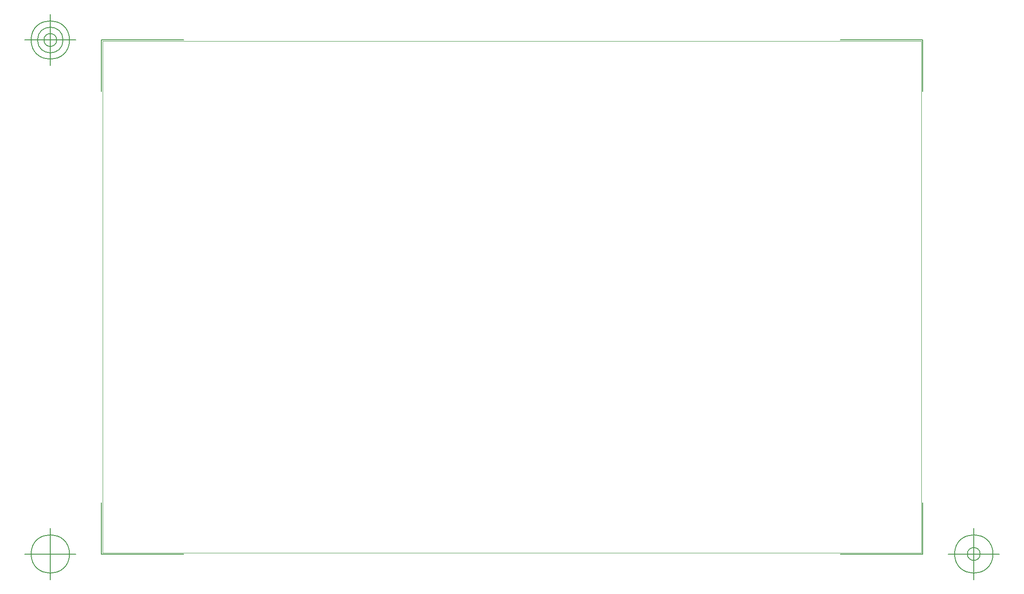
<source format=gbr>
G04 Generated by Ultiboard 14.2 *
%FSLAX33Y33*%
%MOMM*%

%ADD10C,0.001*%
%ADD11C,0.001*%
%ADD12C,0.127*%


G04 ColorRGB 00FFFF for the following layer *
%LNBoard Outline*%
%LPD*%
G54D10*
G54D11*
X0Y0D02*
X160000Y0D01*
X160000Y100000D01*
X0Y100000D01*
X0Y0D01*
G54D12*
X-254Y-254D02*
X-254Y9797D01*
X-254Y-254D02*
X15797Y-254D01*
X160254Y-254D02*
X144203Y-254D01*
X160254Y-254D02*
X160254Y9797D01*
X160254Y100254D02*
X160254Y90203D01*
X160254Y100254D02*
X144203Y100254D01*
X-254Y100254D02*
X15797Y100254D01*
X-254Y100254D02*
X-254Y90203D01*
X-5254Y-254D02*
X-15254Y-254D01*
X-10254Y-5254D02*
X-10254Y4746D01*
X-14004Y-254D02*
G75*
D01*
G02X-14004Y-254I3750J0*
G01*
X165254Y-254D02*
X175254Y-254D01*
X170254Y-5254D02*
X170254Y4746D01*
X166504Y-254D02*
G75*
D01*
G02X166504Y-254I3750J0*
G01*
X169004Y-254D02*
G75*
D01*
G02X169004Y-254I1250J0*
G01*
X-5254Y100254D02*
X-15254Y100254D01*
X-10254Y95254D02*
X-10254Y105254D01*
X-14004Y100254D02*
G75*
D01*
G02X-14004Y100254I3750J0*
G01*
X-12754Y100254D02*
G75*
D01*
G02X-12754Y100254I2500J0*
G01*
X-11504Y100254D02*
G75*
D01*
G02X-11504Y100254I1250J0*
G01*

M02*

</source>
